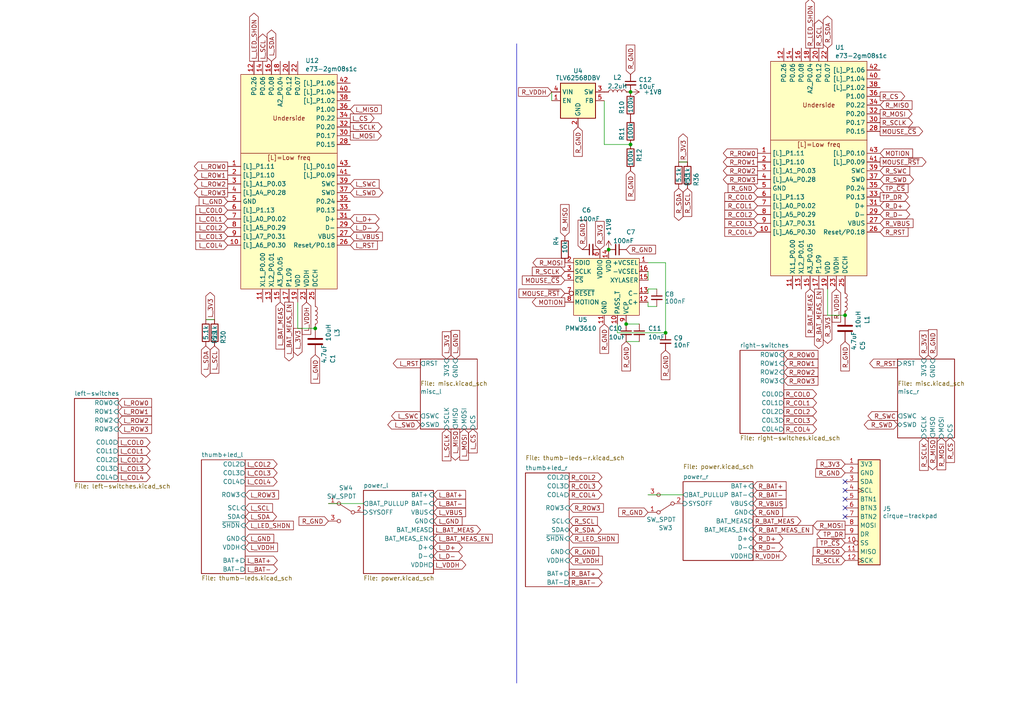
<source format=kicad_sch>
(kicad_sch (version 20230121) (generator eeschema)
  (paper "A4")
  (lib_symbols
    (symbol "Device:C" (pin_numbers hide) (pin_names (offset 0.254))
      (property "Reference" "C" (at 0.635 2.54 0))
      (property "Value" "C" (at 0.635 -2.54 0))
      (symbol "C_0_1"
        (polyline (pts (xy -2.032 -0.762) (xy 2.032 -0.762)) (stroke (width 0.508)))
        (polyline (pts (xy -2.032 0.762) (xy 2.032 0.762)) (stroke (width 0.508)))
      )
      (symbol "C_1_1"
        (pin passive line (at 0 3.81 270) (length 2.794) (name "~") (number "1"))
        (pin passive line (at 0 -3.81 90) (length 2.794) (name "~") (number "2"))
      )
    )
    (symbol "Device:C_Small" (pin_numbers hide) (pin_names (offset 0.254) hide)
      (property "Reference" "C" (at 0.254 1.778 0))
      (property "Value" "C_Small" (at 0.254 -2.032 0))
      (symbol "C_Small_0_1"
        (polyline (pts (xy -1.524 -0.508) (xy 1.524 -0.508)) (stroke (width 0.3302)))
        (polyline (pts (xy -1.524 0.508) (xy 1.524 0.508)) (stroke (width 0.3048)))
      )
      (symbol "C_Small_1_1"
        (pin passive line (at 0 2.54 270) (length 2.032) (name "~") (number "1"))
        (pin passive line (at 0 -2.54 90) (length 2.032) (name "~") (number "2"))
      )
    )
    (symbol "Device:L" (pin_numbers hide) (pin_names (offset 1.016) hide)
      (property "Reference" "L" (at -1.27 0 90))
      (property "Value" "L" (at 1.905 0 90))
      (symbol "L_0_1"
        (arc (start 0 -2.54) (mid 0.6323 -1.905) (end 0 -1.27))
        (arc (start 0 -1.27) (mid 0.6323 -0.635) (end 0 0))
        (arc (start 0 0) (mid 0.6323 0.635) (end 0 1.27))
        (arc (start 0 1.27) (mid 0.6323 1.905) (end 0 2.54))
      )
      (symbol "L_1_1"
        (pin passive line (at 0 3.81 270) (length 1.27) (name "1") (number "1"))
        (pin passive line (at 0 -3.81 90) (length 1.27) (name "2") (number "2"))
      )
    )
    (symbol "Device:R" (pin_numbers hide) (pin_names (offset 0))
      (property "Reference" "R" (at 2.032 0 90))
      (property "Value" "R" (at 0 0 90))
      (symbol "R_0_1"
        (rectangle (start -1.016 -2.54) (end 1.016 2.54) (stroke (width 0.254)))
      )
      (symbol "R_1_1"
        (pin passive line (at 0 3.81 270) (length 1.27) (name "~") (number "1"))
        (pin passive line (at 0 -3.81 90) (length 1.27) (name "~") (number "2"))
      )
    )
    (symbol "Regulator_Switching:TLV62568DBV"
      (property "Reference" "U" (at -5.08 6.35 0))
      (property "Value" "TLV62568DBV" (at 0 6.35 0))
      (symbol "TLV62568DBV_0_1"
        (rectangle (start -5.08 5.08) (end 5.08 -5.08) (stroke (width 0.254)) (fill (type background)))
      )
      (symbol "TLV62568DBV_1_1"
        (pin input line (at -7.62 0 0) (length 2.54) (name "EN") (number "1"))
        (pin power_in line (at 0 -7.62 90) (length 2.54) (name "GND") (number "2"))
        (pin power_out line (at 7.62 2.54 180) (length 2.54) (name "SW") (number "3"))
        (pin power_in line (at -7.62 2.54 0) (length 2.54) (name "VIN") (number "4"))
        (pin input line (at 7.62 0 180) (length 2.54) (name "FB") (number "5"))
      )
    )
    (symbol "Switch:SW_SPDT" (pin_names (offset 0) hide)
      (property "Reference" "SW" (at 0 4.318 0))
      (property "Value" "SW_SPDT" (at 0 -5.08 0))
      (symbol "SW_SPDT_0_0"
        (circle (center -2.032 0) (radius 0.508))
        (circle (center 2.032 -2.54) (radius 0.508))
      )
      (symbol "SW_SPDT_0_1"
        (polyline (pts (xy -1.524 0.254) (xy 1.651 2.286)))
        (circle (center 2.032 2.54) (radius 0.508))
      )
      (symbol "SW_SPDT_1_1"
        (pin passive line (at 5.08 2.54 180) (length 2.54) (name "A") (number "1"))
        (pin passive line (at -5.08 0 0) (length 2.54) (name "B") (number "2"))
        (pin passive line (at 5.08 -2.54 180) (length 2.54) (name "C") (number "3"))
      )
    )
    (symbol "mcu:e73-2gm08s1c"
      (property "Reference" "U" (at 0 5.08 0))
      (property "Value" "e73-2gm08s1c" (at 0 2.54 0))
      (symbol "e73-2gm08s1c_0_0"
        (text "[L]=Low freq" (at 0 -1.27 0) (effects (font (size 1.27 1.27))))
        (text "Underside" (at 0 10.16 0) (effects (font (size 1.27 1.27))))
      )
      (symbol "e73-2gm08s1c_0_1"
        (rectangle (start -13.97 22.86) (end 13.97 -39.37) (fill (type background)))
        (polyline (pts (xy -13.97 0) (xy 13.97 0)))
      )
      (symbol "e73-2gm08s1c_1_1"
        (pin bidirectional line (at -17.78 -3.81 0) (length 3.81) (name "[L]_P1.11") (number "1"))
        (pin bidirectional line (at -17.78 -26.67 0) (length 3.81) (name "[L]_A6_P0.30") (number "10"))
        (pin input line (at -7.62 -43.18 90) (length 3.81) (name "XL1_P0.00") (number "11"))
        (pin bidirectional line (at -10.16 26.67 270) (length 3.81) (name "P0.26") (number "12"))
        (pin input line (at -5.08 -43.18 90) (length 3.81) (name "XL2_P0.01") (number "13"))
        (pin bidirectional line (at -7.62 26.67 270) (length 3.81) (name "P0.06") (number "14"))
        (pin bidirectional line (at -2.54 -43.18 90) (length 3.81) (name "A3_P0.05") (number "15"))
        (pin bidirectional line (at -5.08 26.67 270) (length 3.81) (name "P0.08") (number "16"))
        (pin bidirectional line (at 0 -43.18 90) (length 3.81) (name "P1.09") (number "17"))
        (pin bidirectional line (at -2.54 26.67 270) (length 3.81) (name "A2_P0.04") (number "18"))
        (pin power_in line (at 2.54 -43.18 90) (length 3.81) (name "VDD") (number "19"))
        (pin bidirectional line (at -17.78 -6.35 0) (length 3.81) (name "[L]_P1.10") (number "2"))
        (pin bidirectional line (at 0 26.67 270) (length 3.81) (name "P0.12") (number "20"))
        (pin power_in line (at -17.78 -13.97 0) (length 3.81) hide (name "GND") (number "21"))
        (pin bidirectional line (at 2.54 26.67 270) (length 3.81) (name "P0.07") (number "22"))
        (pin bidirectional line (at 5.08 -43.18 90) (length 3.81) (name "VDDH") (number "23"))
        (pin power_in line (at -17.78 -13.97 0) (length 3.81) hide (name "GND") (number "24"))
        (pin bidirectional line (at 7.62 -43.18 90) (length 3.81) (name "DCCH") (number "25"))
        (pin bidirectional line (at 17.78 -26.67 180) (length 3.81) (name "Reset/P0.18") (number "26"))
        (pin power_in line (at 17.78 -24.13 180) (length 3.81) (name "VBUS") (number "27"))
        (pin bidirectional line (at 17.78 2.54 180) (length 3.81) (name "P0.15") (number "28"))
        (pin bidirectional line (at 17.78 -21.59 180) (length 3.81) (name "D-") (number "29"))
        (pin bidirectional line (at -17.78 -8.89 0) (length 3.81) (name "[L]_A1_P0.03") (number "3"))
        (pin bidirectional line (at 17.78 5.08 180) (length 3.81) (name "P0.17") (number "30"))
        (pin bidirectional line (at 17.78 -19.05 180) (length 3.81) (name "D+") (number "31"))
        (pin bidirectional line (at 17.78 7.62 180) (length 3.81) (name "P0.20") (number "32"))
        (pin bidirectional line (at 17.78 -16.51 180) (length 3.81) (name "P0.13") (number "33"))
        (pin bidirectional line (at 17.78 10.16 180) (length 3.81) (name "P0.22") (number "34"))
        (pin bidirectional line (at 17.78 -13.97 180) (length 3.81) (name "P0.24") (number "35"))
        (pin bidirectional line (at 17.78 12.7 180) (length 3.81) (name "P1.00") (number "36"))
        (pin input line (at 17.78 -11.43 180) (length 3.81) (name "SWD") (number "37"))
        (pin bidirectional line (at 17.78 15.24 180) (length 3.81) (name "[L]_P1.02") (number "38"))
        (pin bidirectional line (at 17.78 -8.89 180) (length 3.81) (name "SWC") (number "39"))
        (pin bidirectional line (at -17.78 -11.43 0) (length 3.81) (name "[L]_A4_P0.28") (number "4"))
        (pin bidirectional line (at 17.78 17.78 180) (length 3.81) (name "[L]_P1.04") (number "40"))
        (pin bidirectional line (at 17.78 -6.35 180) (length 3.81) (name "[L]_P0.09") (number "41"))
        (pin bidirectional line (at 17.78 20.32 180) (length 3.81) (name "[L]_P1.06") (number "42"))
        (pin bidirectional line (at 17.78 -3.81 180) (length 3.81) (name "[L]_P0.10") (number "43"))
        (pin power_in line (at -17.78 -13.97 0) (length 3.81) (name "GND") (number "5"))
        (pin bidirectional line (at -17.78 -16.51 0) (length 3.81) (name "[L]_P1.13") (number "6"))
        (pin bidirectional line (at -17.78 -19.05 0) (length 3.81) (name "[L]_A0_P0.02") (number "7"))
        (pin bidirectional line (at -17.78 -21.59 0) (length 3.81) (name "[L]_A5_P0.29") (number "8"))
        (pin bidirectional line (at -17.78 -24.13 0) (length 3.81) (name "[L]_A7_P0.31") (number "9"))
      )
    )
    (symbol "misc:cirque-trackpad"
      (property "Reference" "J" (at 0 20.32 0))
      (property "Value" "cirque-trackpad" (at 0 17.78 0))
      (symbol "cirque-trackpad_1_1"
        (rectangle (start -2.54 15.24) (end 3.81 -15.24) (stroke (width 0.254)) (fill (type background)))
        (pin power_in line (at -6.35 13.97 0) (length 3.81) (name "3V3") (number "1"))
        (pin input inverted (at -6.35 -8.89 0) (length 3.81) (name "SS") (number "10"))
        (pin output line (at -6.35 -11.43 0) (length 3.81) (name "MISO") (number "11"))
        (pin input clock (at -6.35 -13.97 0) (length 3.81) (name "SCK") (number "12"))
        (pin power_in line (at -6.35 11.43 0) (length 3.81) (name "GND") (number "2"))
        (pin bidirectional line (at -6.35 8.89 0) (length 3.81) (name "SDA") (number "3"))
        (pin bidirectional clock (at -6.35 6.35 0) (length 3.81) (name "SCL") (number "4"))
        (pin output line (at -6.35 3.81 0) (length 3.81) (name "BTN1") (number "5"))
        (pin output line (at -6.35 1.27 0) (length 3.81) (name "BTN3") (number "6"))
        (pin output line (at -6.35 -1.27 0) (length 3.81) (name "BTN2") (number "7"))
        (pin input line (at -6.35 -3.81 0) (length 3.81) (name "MOSI") (number "8"))
        (pin bidirectional line (at -6.35 -6.35 0) (length 3.81) (name "DR") (number "9"))
      )
    )
    (symbol "power:+1V8" (power) (pin_names (offset 0))
      (property "Value" "+1V8" (at 0 3.556 0))
      (symbol "+1V8_0_1"
        (polyline (pts (xy -0.762 1.27) (xy 0 2.54)))
        (polyline (pts (xy 0 0) (xy 0 2.54)))
        (polyline (pts (xy 0 2.54) (xy 0.762 1.27)))
      )
      (symbol "+1V8_1_1"
        (pin power_in line (at 0 0 90) (length 0) hide (name "+1V8") (number "1"))
      )
    )
    (symbol "sensor:PMW3610" (pin_names (offset 0.254))
      (property "Reference" "U" (at 0 17.78 0))
      (property "Value" "PMW3610" (at 0 17.78 0))
      (symbol "PMW3610_0_1"
        (rectangle (start -8.89 8.89) (end 10.16 -7.62) (stroke (width 0.1524)) (fill (type background)))
      )
      (symbol "PMW3610_1_1"
        (pin power_in line (at 12.7 7.62 180) (length 2.54) (name "+VCSEL") (number "1"))
        (pin power_in line (at 3.81 -10.16 90) (length 2.54) (name "PASS_T") (number "10"))
        (pin power_in line (at 0 -10.16 90) (length 2.54) (name "GND") (number "11"))
        (pin passive line (at 12.7 -3.81 180) (length 2.54) (name "C+") (number "12"))
        (pin passive line (at 12.7 -1.27 180) (length 2.54) (name "C-") (number "13"))
        (pin power_in line (at 1.27 11.43 270) (length 2.54) (name "VDD") (number "14"))
        (pin power_in line (at 12.7 2.54 180) (length 2.54) (name "XYLASER") (number "15"))
        (pin power_in line (at 12.7 5.08 180) (length 2.54) (name "-VCSEL") (number "16"))
        (pin bidirectional line (at -11.43 7.62 0) (length 2.54) (name "SDIO") (number "2"))
        (pin input line (at -11.43 5.08 0) (length 2.54) (name "SCLK") (number "3"))
        (pin input line (at -11.43 2.54 0) (length 2.54) (name "~{CS}") (number "5"))
        (pin power_in line (at -1.27 11.43 270) (length 2.54) (name "VDDIO") (number "6"))
        (pin input inverted (at -11.43 -1.27 0) (length 2.54) (name "~{RESET}") (number "7"))
        (pin output line (at -11.43 -3.81 0) (length 2.54) (name "MOTION") (number "8"))
        (pin passive line (at 6.35 -10.16 90) (length 2.54) (name "VCP") (number "9"))
      )
    )
  )
  (junction (at 193.04 96.52))
  (junction (at 245.11 91.44))
  (junction (at 91.44 95.25))
  (junction (at 182.88 41.91))
  (junction (at 182.88 26.67))
  (junction (at 176.53 72.39))
  (junction (at 181.61 93.98))
  (no_connect (at 245.11 149.86))
  (no_connect (at 245.11 139.7))
  (no_connect (at 245.11 144.78))
  (no_connect (at 245.11 142.24))
  (no_connect (at 245.11 147.32))
  (wire (pts (xy 187.96 143.51) (xy 198.12 143.51)))
  (wire (pts (xy 86.36 95.25) (xy 91.44 95.25)))
  (polyline (pts (xy 149.86 12.7) (xy 149.86 198.12)))
  (wire (pts (xy 193.04 76.2) (xy 193.04 96.52)))
  (wire (pts (xy 181.61 93.98) (xy 185.42 93.98)))
  (wire (pts (xy 59.69 92.71) (xy 62.23 92.71)))
  (wire (pts (xy 187.96 78.74) (xy 187.96 81.28)))
  (wire (pts (xy 179.07 96.52) (xy 179.07 93.98)))
  (wire (pts (xy 196.85 46.99) (xy 199.39 46.99)))
  (wire (pts (xy 175.26 29.21) (xy 175.26 41.91)))
  (wire (pts (xy 187.96 88.9) (xy 190.5 88.9)))
  (wire (pts (xy 181.61 99.06) (xy 185.42 99.06)))
  (wire (pts (xy 240.03 91.44) (xy 245.11 91.44)))
  (wire (pts (xy 182.88 41.91) (xy 175.26 41.91)))
  (wire (pts (xy 95.25 146.05) (xy 105.41 146.05)))
  (wire (pts (xy 179.07 96.52) (xy 193.04 96.52)))
  (wire (pts (xy 86.36 95.25) (xy 86.36 87.63)))
  (wire (pts (xy 187.96 87.63) (xy 187.96 88.9)))
  (wire (pts (xy 187.96 83.82) (xy 187.96 85.09)))
  (wire (pts (xy 160.02 26.67) (xy 160.02 29.21)))
  (wire (pts (xy 187.96 76.2) (xy 193.04 76.2)))
  (wire (pts (xy 190.5 83.82) (xy 187.96 83.82)))
  (wire (pts (xy 240.03 91.44) (xy 240.03 83.82)))
  (global_label "R_GND" (shape input) (at 245.11 137.16 180) (property "Intersheetrefs" "${INTERSHEET_REFS}" (effects hide)))
  (global_label "MOTION" (shape output) (at 163.83 87.63 180) (property "Intersheetrefs" "${INTERSHEET_REFS}" (effects hide)))
  (global_label "R_ROW3" (shape input) (at 165.1 147.32 0) (property "Intersheetrefs" "${INTERSHEET_REFS}" (effects hide)))
  (global_label "L_SCLK" (shape input) (at 129.54 124.46 270) (property "Intersheetrefs" "${INTERSHEET_REFS}" (effects hide)))
  (global_label "L_MOSI" (shape output) (at 101.6 39.37 0) (property "Intersheetrefs" "${INTERSHEET_REFS}" (effects hide)))
  (global_label "R_BAT+" (shape output) (at 165.1 166.37 0) (property "Intersheetrefs" "${INTERSHEET_REFS}" (effects hide)))
  (global_label "L_SDA" (shape bidirectional) (at 78.74 17.78 90) (property "Intersheetrefs" "${INTERSHEET_REFS}" (effects hide)))
  (global_label "L_ROW2" (shape output) (at 66.04 53.34 180) (property "Intersheetrefs" "${INTERSHEET_REFS}" (effects hide)))
  (global_label "L_GND" (shape input) (at 66.04 58.42 180) (property "Intersheetrefs" "${INTERSHEET_REFS}" (effects hide)))
  (global_label "R_SWD" (shape bidirectional) (at 255.27 52.07 0) (property "Intersheetrefs" "${INTERSHEET_REFS}" (effects hide)))
  (global_label "R_MISO" (shape input) (at 255.27 30.48 0) (property "Intersheetrefs" "${INTERSHEET_REFS}" (effects hide)))
  (global_label "L_SWD" (shape bidirectional) (at 121.92 123.19 180) (property "Intersheetrefs" "${INTERSHEET_REFS}" (effects hide)))
  (global_label "R_COL1" (shape input) (at 219.71 59.69 180) (property "Intersheetrefs" "${INTERSHEET_REFS}" (effects hide)))
  (global_label "R_BAT-" (shape output) (at 165.1 168.91 0) (property "Intersheetrefs" "${INTERSHEET_REFS}" (effects hide)))
  (global_label "R_RST" (shape output) (at 260.35 105.41 180) (property "Intersheetrefs" "${INTERSHEET_REFS}" (effects hide)))
  (global_label "L_BAT+" (shape output) (at 71.12 162.56 0) (property "Intersheetrefs" "${INTERSHEET_REFS}" (effects hide)))
  (global_label "R_GND" (shape input) (at 245.11 99.06 270) (property "Intersheetrefs" "${INTERSHEET_REFS}" (effects hide)))
  (global_label "R_GND" (shape input) (at 219.71 54.61 180) (property "Intersheetrefs" "${INTERSHEET_REFS}" (effects hide)))
  (global_label "R_CS" (shape output) (at 255.27 27.94 0) (property "Intersheetrefs" "${INTERSHEET_REFS}" (effects hide)))
  (global_label "L_SCL" (shape input) (at 71.12 147.32 0) (property "Intersheetrefs" "${INTERSHEET_REFS}" (effects hide)))
  (global_label "L_RST" (shape output) (at 121.92 105.41 180) (property "Intersheetrefs" "${INTERSHEET_REFS}" (effects hide)))
  (global_label "R_COL1" (shape output) (at 227.33 116.84 0) (property "Intersheetrefs" "${INTERSHEET_REFS}" (effects hide)))
  (global_label "R_3V3" (shape input) (at 267.97 104.14 90) (property "Intersheetrefs" "${INTERSHEET_REFS}" (effects hide)))
  (global_label "R_BAT_MEAS_EN" (shape output) (at 237.49 83.82 270) (property "Intersheetrefs" "${INTERSHEET_REFS}" (effects hide)))
  (global_label "TP_~{CS}" (shape input) (at 245.11 157.48 180) (property "Intersheetrefs" "${INTERSHEET_REFS}" (effects hide)))
  (global_label "L_SDA" (shape bidirectional) (at 71.12 149.86 0) (property "Intersheetrefs" "${INTERSHEET_REFS}" (effects hide)))
  (global_label "L_RST" (shape input) (at 101.6 71.12 0) (property "Intersheetrefs" "${INTERSHEET_REFS}" (effects hide)))
  (global_label "MOUSE_~{CS}" (shape input) (at 163.83 81.28 180) (property "Intersheetrefs" "${INTERSHEET_REFS}" (effects hide)))
  (global_label "MOUSE_~{RST}" (shape output) (at 255.27 46.99 0) (property "Intersheetrefs" "${INTERSHEET_REFS}" (effects hide)))
  (global_label "L_ROW0" (shape output) (at 66.04 48.26 180) (property "Intersheetrefs" "${INTERSHEET_REFS}" (effects hide)))
  (global_label "L_VBUS" (shape input) (at 101.6 68.58 0) (property "Intersheetrefs" "${INTERSHEET_REFS}" (effects hide)))
  (global_label "L_ROW2" (shape input) (at 34.29 121.92 0) (property "Intersheetrefs" "${INTERSHEET_REFS}" (effects hide)))
  (global_label "R_COL0" (shape output) (at 227.33 114.3 0) (property "Intersheetrefs" "${INTERSHEET_REFS}" (effects hide)))
  (global_label "R_SWC" (shape input) (at 255.27 49.53 0) (property "Intersheetrefs" "${INTERSHEET_REFS}" (effects hide)))
  (global_label "R_D+" (shape bidirectional) (at 255.27 59.69 0) (property "Intersheetrefs" "${INTERSHEET_REFS}" (effects hide)))
  (global_label "L_ROW3" (shape output) (at 66.04 55.88 180) (property "Intersheetrefs" "${INTERSHEET_REFS}" (effects hide)))
  (global_label "L_GND" (shape input) (at 91.44 102.87 270) (property "Intersheetrefs" "${INTERSHEET_REFS}" (effects hide)))
  (global_label "L_VBUS" (shape input) (at 125.73 148.59 0) (property "Intersheetrefs" "${INTERSHEET_REFS}" (effects hide)))
  (global_label "R_ROW0" (shape output) (at 219.71 44.45 180) (property "Intersheetrefs" "${INTERSHEET_REFS}" (effects hide)))
  (global_label "R_D-" (shape bidirectional) (at 218.44 158.75 0) (property "Intersheetrefs" "${INTERSHEET_REFS}" (effects hide)))
  (global_label "R_VDDH" (shape input) (at 160.02 26.67 180) (property "Intersheetrefs" "${INTERSHEET_REFS}" (effects hide)))
  (global_label "L_BAT+" (shape input) (at 125.73 143.51 0) (property "Intersheetrefs" "${INTERSHEET_REFS}" (effects hide)))
  (global_label "L_COL2" (shape output) (at 71.12 134.62 0) (property "Intersheetrefs" "${INTERSHEET_REFS}" (effects hide)))
  (global_label "L_D-" (shape bidirectional) (at 125.73 161.29 0) (property "Intersheetrefs" "${INTERSHEET_REFS}" (effects hide)))
  (global_label "R_SWD" (shape bidirectional) (at 260.35 123.19 180) (property "Intersheetrefs" "${INTERSHEET_REFS}" (effects hide)))
  (global_label "R_MOSI" (shape output) (at 163.83 76.2 180) (property "Intersheetrefs" "${INTERSHEET_REFS}" (effects hide)))
  (global_label "R_GND" (shape input) (at 95.25 151.13 180) (property "Intersheetrefs" "${INTERSHEET_REFS}" (effects hide)))
  (global_label "R_MOSI" (shape output) (at 245.11 152.4 180) (property "Intersheetrefs" "${INTERSHEET_REFS}" (effects hide)))
  (global_label "R_ROW2" (shape input) (at 227.33 107.95 0) (property "Intersheetrefs" "${INTERSHEET_REFS}" (effects hide)))
  (global_label "R_D+" (shape bidirectional) (at 218.44 156.21 0) (property "Intersheetrefs" "${INTERSHEET_REFS}" (effects hide)))
  (global_label "R_BAT-" (shape input) (at 218.44 143.51 0) (property "Intersheetrefs" "${INTERSHEET_REFS}" (effects hide)))
  (global_label "L_ROW1" (shape output) (at 66.04 50.8 180) (property "Intersheetrefs" "${INTERSHEET_REFS}" (effects hide)))
  (global_label "L_D+" (shape bidirectional) (at 101.6 63.5 0) (property "Intersheetrefs" "${INTERSHEET_REFS}" (effects hide)))
  (global_label "R_MOSI" (shape input) (at 273.05 127 270) (property "Intersheetrefs" "${INTERSHEET_REFS}" (effects hide)))
  (global_label "L_COL0" (shape output) (at 34.29 128.27 0) (property "Intersheetrefs" "${INTERSHEET_REFS}" (effects hide)))
  (global_label "R_BAT+" (shape input) (at 218.44 140.97 0) (property "Intersheetrefs" "${INTERSHEET_REFS}" (effects hide)))
  (global_label "R_SCL" (shape output) (at 237.49 13.97 90) (property "Intersheetrefs" "${INTERSHEET_REFS}" (effects hide)))
  (global_label "L_BAT_MEAS" (shape output) (at 125.73 153.67 0) (property "Intersheetrefs" "${INTERSHEET_REFS}" (effects hide)))
  (global_label "R_ROW1" (shape input) (at 227.33 105.41 0) (property "Intersheetrefs" "${INTERSHEET_REFS}" (effects hide)))
  (global_label "R_GND" (shape input) (at 175.26 93.98 270) (property "Intersheetrefs" "${INTERSHEET_REFS}" (effects hide)))
  (global_label "R_SCLK" (shape output) (at 255.27 35.56 0) (property "Intersheetrefs" "${INTERSHEET_REFS}" (effects hide)))
  (global_label "L_D+" (shape bidirectional) (at 125.73 158.75 0) (property "Intersheetrefs" "${INTERSHEET_REFS}" (effects hide)))
  (global_label "L_BAT_MEAS_EN" (shape input) (at 125.73 156.21 0) (property "Intersheetrefs" "${INTERSHEET_REFS}" (effects hide)))
  (global_label "R_CS" (shape input) (at 275.59 127 270) (property "Intersheetrefs" "${INTERSHEET_REFS}" (effects hide)))
  (global_label "L_VDDH" (shape input) (at 88.9 87.63 270) (property "Intersheetrefs" "${INTERSHEET_REFS}" (effects hide)))
  (global_label "R_GND" (shape input) (at 181.61 99.06 270) (property "Intersheetrefs" "${INTERSHEET_REFS}" (effects hide)))
  (global_label "R_GND" (shape input) (at 181.61 72.39 0) (property "Intersheetrefs" "${INTERSHEET_REFS}" (effects hide)))
  (global_label "R_3V3" (shape output) (at 240.03 91.44 270) (property "Intersheetrefs" "${INTERSHEET_REFS}" (effects hide)))
  (global_label "R_COL0" (shape input) (at 219.71 57.15 180) (property "Intersheetrefs" "${INTERSHEET_REFS}" (effects hide)))
  (global_label "R_GND" (shape input) (at 168.91 72.39 90) (property "Intersheetrefs" "${INTERSHEET_REFS}" (effects hide)))
  (global_label "R_COL2" (shape output) (at 227.33 119.38 0) (property "Intersheetrefs" "${INTERSHEET_REFS}" (effects hide)))
  (global_label "L_BAT-" (shape input) (at 125.73 146.05 0) (property "Intersheetrefs" "${INTERSHEET_REFS}" (effects hide)))
  (global_label "L_D-" (shape bidirectional) (at 101.6 66.04 0) (property "Intersheetrefs" "${INTERSHEET_REFS}" (effects hide)))
  (global_label "L_MISO" (shape output) (at 132.08 124.46 270) (property "Intersheetrefs" "${INTERSHEET_REFS}" (effects hide)))
  (global_label "L_SDA" (shape bidirectional) (at 59.69 100.33 270) (property "Intersheetrefs" "${INTERSHEET_REFS}" (effects hide)))
  (global_label "R_ROW3" (shape output) (at 219.71 52.07 180) (property "Intersheetrefs" "${INTERSHEET_REFS}" (effects hide)))
  (global_label "R_COL2" (shape output) (at 165.1 138.43 0) (property "Intersheetrefs" "${INTERSHEET_REFS}" (effects hide)))
  (global_label "R_3V3" (shape input) (at 245.11 134.62 180) (property "Intersheetrefs" "${INTERSHEET_REFS}" (effects hide)))
  (global_label "L_COL3" (shape output) (at 34.29 135.89 0) (property "Intersheetrefs" "${INTERSHEET_REFS}" (effects hide)))
  (global_label "R_GND" (shape input) (at 270.51 104.14 90) (property "Intersheetrefs" "${INTERSHEET_REFS}" (effects hide)))
  (global_label "L_LED_SHDN" (shape input) (at 71.12 152.4 0) (property "Intersheetrefs" "${INTERSHEET_REFS}" (effects hide)))
  (global_label "R_MOSI" (shape output) (at 255.27 33.02 0) (property "Intersheetrefs" "${INTERSHEET_REFS}" (effects hide)))
  (global_label "R_GND" (shape input) (at 218.44 148.59 0) (property "Intersheetrefs" "${INTERSHEET_REFS}" (effects hide)))
  (global_label "L_VDDH" (shape output) (at 125.73 163.83 0) (property "Intersheetrefs" "${INTERSHEET_REFS}" (effects hide)))
  (global_label "R_D-" (shape bidirectional) (at 255.27 62.23 0) (property "Intersheetrefs" "${INTERSHEET_REFS}" (effects hide)))
  (global_label "R_ROW0" (shape input) (at 227.33 102.87 0) (property "Intersheetrefs" "${INTERSHEET_REFS}" (effects hide)))
  (global_label "R_LED_SHDN" (shape input) (at 165.1 156.21 0) (property "Intersheetrefs" "${INTERSHEET_REFS}" (effects hide)))
  (global_label "L_LED_SHDN" (shape output) (at 73.66 17.78 90) (property "Intersheetrefs" "${INTERSHEET_REFS}" (effects hide)))
  (global_label "R_GND" (shape input) (at 182.88 49.53 270) (property "Intersheetrefs" "${INTERSHEET_REFS}" (effects hide)))
  (global_label "R_ROW2" (shape output) (at 219.71 49.53 180) (property "Intersheetrefs" "${INTERSHEET_REFS}" (effects hide)))
  (global_label "MOUSE_~{CS}" (shape output) (at 255.27 38.1 0) (property "Intersheetrefs" "${INTERSHEET_REFS}" (effects hide)))
  (global_label "MOTION" (shape input) (at 255.27 44.45 0) (property "Intersheetrefs" "${INTERSHEET_REFS}" (effects hide)))
  (global_label "R_3V3" (shape input) (at 173.99 72.39 90) (property "Intersheetrefs" "${INTERSHEET_REFS}" (effects hide)))
  (global_label "L_3V3" (shape input) (at 129.54 104.14 90) (property "Intersheetrefs" "${INTERSHEET_REFS}" (effects hide)))
  (global_label "L_SWD" (shape bidirectional) (at 101.6 55.88 0) (property "Intersheetrefs" "${INTERSHEET_REFS}" (effects hide)))
  (global_label "R_VDDH" (shape input) (at 242.57 83.82 270) (property "Intersheetrefs" "${INTERSHEET_REFS}" (effects hide)))
  (global_label "R_COL2" (shape input) (at 219.71 62.23 180) (property "Intersheetrefs" "${INTERSHEET_REFS}" (effects hide)))
  (global_label "R_MISO" (shape output) (at 270.51 127 270) (property "Intersheetrefs" "${INTERSHEET_REFS}" (effects hide)))
  (global_label "R_RST" (shape input) (at 255.27 67.31 0) (property "Intersheetrefs" "${INTERSHEET_REFS}" (effects hide)))
  (global_label "L_COL2" (shape output) (at 34.29 133.35 0) (property "Intersheetrefs" "${INTERSHEET_REFS}" (effects hide)))
  (global_label "R_SCL" (shape input) (at 165.1 151.13 0) (property "Intersheetrefs" "${INTERSHEET_REFS}" (effects hide)))
  (global_label "R_COL3" (shape input) (at 219.71 64.77 180) (property "Intersheetrefs" "${INTERSHEET_REFS}" (effects hide)))
  (global_label "R_GND" (shape input) (at 182.88 21.59 90) (property "Intersheetrefs" "${INTERSHEET_REFS}" (effects hide)))
  (global_label "R_GND" (shape input) (at 165.1 160.02 0) (property "Intersheetrefs" "${INTERSHEET_REFS}" (effects hide)))
  (global_label "R_COL4" (shape output) (at 165.1 143.51 0) (property "Intersheetrefs" "${INTERSHEET_REFS}" (effects hide)))
  (global_label "L_ROW1" (shape input) (at 34.29 119.38 0) (property "Intersheetrefs" "${INTERSHEET_REFS}" (effects hide)))
  (global_label "R_VDDH" (shape output) (at 218.44 161.29 0) (property "Intersheetrefs" "${INTERSHEET_REFS}" (effects hide)))
  (global_label "L_COL3" (shape input) (at 66.04 68.58 180) (property "Intersheetrefs" "${INTERSHEET_REFS}" (effects hide)))
  (global_label "L_SCL" (shape input) (at 62.23 100.33 270) (property "Intersheetrefs" "${INTERSHEET_REFS}" (effects hide)))
  (global_label "L_COL4" (shape input) (at 66.04 71.12 180) (property "Intersheetrefs" "${INTERSHEET_REFS}" (effects hide)))
  (global_label "R_SWC" (shape output) (at 260.35 120.65 180) (property "Intersheetrefs" "${INTERSHEET_REFS}" (effects hide)))
  (global_label "L_COL4" (shape output) (at 71.12 139.7 0) (property "Intersheetrefs" "${INTERSHEET_REFS}" (effects hide)))
  (global_label "L_SWC" (shape output) (at 121.92 120.65 180) (property "Intersheetrefs" "${INTERSHEET_REFS}" (effects hide)))
  (global_label "L_CS" (shape output) (at 101.6 34.29 0) (property "Intersheetrefs" "${INTERSHEET_REFS}" (effects hide)))
  (global_label "R_COL4" (shape input) (at 219.71 67.31 180) (property "Intersheetrefs" "${INTERSHEET_REFS}" (effects hide)))
  (global_label "R_SDA" (shape bidirectional) (at 196.85 54.61 270) (property "Intersheetrefs" "${INTERSHEET_REFS}" (effects hide)))
  (global_label "L_COL0" (shape input) (at 66.04 60.96 180) (property "Intersheetrefs" "${INTERSHEET_REFS}" (effects hide)))
  (global_label "L_ROW0" (shape input) (at 34.29 116.84 0) (property "Intersheetrefs" "${INTERSHEET_REFS}" (effects hide)))
  (global_label "MOUSE_~{RST}" (shape input) (at 163.83 85.09 180) (property "Intersheetrefs" "${INTERSHEET_REFS}" (effects hide)))
  (global_label "R_SCLK" (shape input) (at 163.83 78.74 180) (property "Intersheetrefs" "${INTERSHEET_REFS}" (effects hide)))
  (global_label "R_ROW1" (shape output) (at 219.71 46.99 180) (property "Intersheetrefs" "${INTERSHEET_REFS}" (effects hide)))
  (global_label "L_GND" (shape input) (at 132.08 104.14 90) (property "Intersheetrefs" "${INTERSHEET_REFS}" (effects hide)))
  (global_label "R_MISO" (shape input) (at 163.83 68.58 90) (property "Intersheetrefs" "${INTERSHEET_REFS}" (effects hide)))
  (global_label "L_COL3" (shape output) (at 71.12 137.16 0) (property "Intersheetrefs" "${INTERSHEET_REFS}" (effects hide)))
  (global_label "R_LED_SHDN" (shape output) (at 234.95 13.97 90) (property "Intersheetrefs" "${INTERSHEET_REFS}" (effects hide)))
  (global_label "R_VDDH" (shape input) (at 165.1 162.56 0) (property "Intersheetrefs" "${INTERSHEET_REFS}" (effects hide)))
  (global_label "R_GND" (shape input) (at 193.04 101.6 270) (property "Intersheetrefs" "${INTERSHEET_REFS}" (effects hide)))
  (global_label "R_SCLK" (shape input) (at 267.97 127 270) (property "Intersheetrefs" "${INTERSHEET_REFS}" (effects hide)))
  (global_label "L_ROW3" (shape input) (at 71.12 143.51 0) (property "Intersheetrefs" "${INTERSHEET_REFS}" (effects hide)))
  (global_label "L_SCLK" (shape output) (at 101.6 36.83 0) (property "Intersheetrefs" "${INTERSHEET_REFS}" (effects hide)))
  (global_label "R_GND" (shape input) (at 167.64 36.83 270) (property "Intersheetrefs" "${INTERSHEET_REFS}" (effects hide)))
  (global_label "L_SCL" (shape output) (at 76.2 17.78 90) (property "Intersheetrefs" "${INTERSHEET_REFS}" (effects hide)))
  (global_label "L_COL1" (shape input) (at 66.04 63.5 180) (property "Intersheetrefs" "${INTERSHEET_REFS}" (effects hide)))
  (global_label "R_3V3" (shape output) (at 198.12 46.99 90) (property "Intersheetrefs" "${INTERSHEET_REFS}" (effects hide)))
  (global_label "R_VBUS" (shape input) (at 218.44 146.05 0) (property "Intersheetrefs" "${INTERSHEET_REFS}" (effects hide)))
  (global_label "R_SCL" (shape input) (at 199.39 54.61 270) (property "Intersheetrefs" "${INTERSHEET_REFS}" (effects hide)))
  (global_label "L_BAT_MEAS_EN" (shape output) (at 83.82 87.63 270) (property "Intersheetrefs" "${INTERSHEET_REFS}" (effects hide)))
  (global_label "L_BAT-" (shape output) (at 71.12 165.1 0) (property "Intersheetrefs" "${INTERSHEET_REFS}" (effects hide)))
  (global_label "TP_DR" (shape output) (at 245.11 154.94 180) (property "Intersheetrefs" "${INTERSHEET_REFS}" (effects hide)))
  (global_label "L_COL4" (shape output) (at 34.29 138.43 0) (property "Intersheetrefs" "${INTERSHEET_REFS}" (effects hide)))
  (global_label "L_3V3" (shape output) (at 86.36 95.25 270) (property "Intersheetrefs" "${INTERSHEET_REFS}" (effects hide)))
  (global_label "TP_~{CS}" (shape input) (at 255.27 54.61 0) (property "Intersheetrefs" "${INTERSHEET_REFS}" (effects hide)))
  (global_label "R_GND" (shape input) (at 187.96 148.59 180) (property "Intersheetrefs" "${INTERSHEET_REFS}" (effects hide)))
  (global_label "R_VBUS" (shape input) (at 255.27 64.77 0) (property "Intersheetrefs" "${INTERSHEET_REFS}" (effects hide)))
  (global_label "L_GND" (shape input) (at 125.73 151.13 0) (property "Intersheetrefs" "${INTERSHEET_REFS}" (effects hide)))
  (global_label "L_3V3" (shape output) (at 60.96 92.71 90) (property "Intersheetrefs" "${INTERSHEET_REFS}" (effects hide)))
  (global_label "R_BAT_MEAS_EN" (shape input) (at 218.44 153.67 0) (property "Intersheetrefs" "${INTERSHEET_REFS}" (effects hide)))
  (global_label "L_VDDH" (shape input) (at 71.12 158.75 0) (property "Intersheetrefs" "${INTERSHEET_REFS}" (effects hide)))
  (global_label "R_SDA" (shape bidirectional) (at 165.1 153.67 0) (property "Intersheetrefs" "${INTERSHEET_REFS}" (effects hide)))
  (global_label "L_COL1" (shape output) (at 34.29 130.81 0) (property "Intersheetrefs" "${INTERSHEET_REFS}" (effects hide)))
  (global_label "R_MISO" (shape input) (at 245.11 160.02 180) (property "Intersheetrefs" "${INTERSHEET_REFS}" (effects hide)))
  (global_label "L_GND" (shape input) (at 71.12 156.21 0) (property "Intersheetrefs" "${INTERSHEET_REFS}" (effects hide)))
  (global_label "R_BAT_MEAS" (shape output) (at 218.44 151.13 0) (property "Intersheetrefs" "${INTERSHEET_REFS}" (effects hide)))
  (global_label "L_SWC" (shape input) (at 101.6 53.34 0) (property "Intersheetrefs" "${INTERSHEET_REFS}" (effects hide)))
  (global_label "R_COL3" (shape output) (at 165.1 140.97 0) (property "Intersheetrefs" "${INTERSHEET_REFS}" (effects hide)))
  (global_label "L_ROW3" (shape input) (at 34.29 124.46 0) (property "Intersheetrefs" "${INTERSHEET_REFS}" (effects hide)))
  (global_label "L_COL2" (shape input) (at 66.04 66.04 180) (property "Intersheetrefs" "${INTERSHEET_REFS}" (effects hide)))
  (global_label "R_SDA" (shape bidirectional) (at 240.03 13.97 90) (property "Intersheetrefs" "${INTERSHEET_REFS}" (effects hide)))
  (global_label "R_SCLK" (shape input) (at 245.11 162.56 180) (property "Intersheetrefs" "${INTERSHEET_REFS}" (effects hide)))
  (global_label "R_COL3" (shape output) (at 227.33 121.92 0) (property "Intersheetrefs" "${INTERSHEET_REFS}" (effects hide)))
  (global_label "R_COL4" (shape output) (at 227.33 124.46 0) (property "Intersheetrefs" "${INTERSHEET_REFS}" (effects hide)))
  (global_label "L_BAT_MEAS" (shape input) (at 81.28 87.63 270) (property "Intersheetrefs" "${INTERSHEET_REFS}" (effects hide)))
  (global_label "R_BAT_MEAS" (shape input) (at 234.95 83.82 270) (property "Intersheetrefs" "${INTERSHEET_REFS}" (effects hide)))
  (global_label "R_ROW3" (shape input) (at 227.33 110.49 0) (property "Intersheetrefs" "${INTERSHEET_REFS}" (effects hide)))
  (global_label "L_MOSI" (shape input) (at 134.62 124.46 270) (property "Intersheetrefs" "${INTERSHEET_REFS}" (effects hide)))
  (global_label "L_CS" (shape input) (at 137.16 124.46 270) (property "Intersheetrefs" "${INTERSHEET_REFS}" (effects hide)))
  (global_label "L_MISO" (shape input) (at 101.6 31.75 0) (property "Intersheetrefs" "${INTERSHEET_REFS}" (effects hide)))
  (global_label "TP_DR" (shape output) (at 255.27 57.15 0) (property "Intersheetrefs" "${INTERSHEET_REFS}" (effects hide)))
  (symbol (lib_id "Device:R") (at 59.69 96.52 180) (unit 1)
    (property "Reference" "R29" (at 62.23 97.79 90))
    (property "Value" "5.1k" (at 59.69 96.52 90))
    (property "Footprint" "Resistor_SMD:R_0603_1608Metric" (effects hide))
  )
  (symbol (lib_id "Switch:SW_SPDT") (at 100.33 148.59 0) (mirror y) (unit 1)
    (property "Reference" "SW4" (at 100.33 141.5247 0))
    (property "Value" "SW_SPDT" (at 99.06 143.9489 0))
    (property "Footprint" "Button_Switch_SMD:SW_SPDT_PCM12" (effects hide))
  )
  (symbol (lib_id "Device:L") (at 245.11 87.63 0) (unit 1)
    (property "Reference" "L1" (at 251.46 93.98 90) (effects (justify left)))
    (property "Value" "10uH" (at 248.92 95.25 90) (effects (justify left)))
    (property "Footprint" "Inductor_SMD:L_0603_1608Metric" (effects hide))
  )
  (symbol (lib_id "Device:R") (at 182.88 30.48 0) (unit 1)
    (property "Reference" "R10" (at 180.34 29.21 90) (effects (justify right)))
    (property "Value" "100k" (at 182.88 27.94 90) (effects (justify right)))
    (property "Footprint" "Resistor_SMD:R_0603_1608Metric" (effects hide))
  )
  (symbol (lib_id "Device:C_Small") (at 179.07 72.39 270) (mirror x) (unit 1)
    (property "Reference" "C7" (at 181.61 67.31 90) (effects (justify left)))
    (property "Value" "100nF" (at 177.8 69.85 90) (effects (justify left)))
    (property "Footprint" "Capacitor_SMD:C_0603_1608Metric" (effects hide))
  )
  (symbol (lib_id "Device:R") (at 182.88 45.72 180) (unit 1)
    (property "Reference" "R12" (at 185.42 46.99 90) (effects (justify right)))
    (property "Value" "100k" (at 182.88 48.26 90) (effects (justify right)))
    (property "Footprint" "Resistor_SMD:R_0603_1608Metric" (effects hide))
  )
  (symbol (lib_id "power:+1V8") (at 176.53 72.39 0) (unit 1)
    (property "Reference" "#PWR07" (effects hide))
    (property "Value" "+1V8" (at 176.53 68.58 90) (effects (justify left)))
  )
  (symbol (lib_id "mcu:e73-2gm08s1c") (at 83.82 44.45 0) (unit 1)
    (property "Reference" "U12" (at 88.5541 17.5727 0) (effects (justify left)))
    (property "Value" "e73-2gm08s1c" (at 88.5541 19.9969 0) (effects (justify left)))
    (property "Footprint" "mcu:e73-2g4m08s1c-shrunk" (effects hide))
    (property "Datasheet" "https://datasheet.lcsc.com/lcsc/2106061735_Chengdu-Ebyte-Elec-Tech-E73-2G4M08S1CX_C2764963.pdf" (effects hide))
    (property "lcsc" "C356849" (effects hide))
  )
  (symbol (lib_id "Device:C") (at 91.44 99.06 0) (unit 1)
    (property "Reference" "C1" (at 96.52 105.41 90) (effects (justify left)))
    (property "Value" "4.7uF" (at 93.98 105.41 90) (effects (justify left)))
    (property "Footprint" "Capacitor_SMD:C_0603_1608Metric" (effects hide))
  )
  (symbol (lib_id "Device:R") (at 62.23 96.52 180) (unit 1)
    (property "Reference" "R30" (at 64.77 97.79 90))
    (property "Value" "5.1k" (at 62.23 96.52 90))
    (property "Footprint" "Resistor_SMD:R_0603_1608Metric" (effects hide))
  )
  (symbol (lib_id "misc:cirque-trackpad") (at 251.46 148.59 0) (unit 1)
    (property "Reference" "J5" (at 256.032 147.566 0) (effects (justify left)))
    (property "Value" "cirque-trackpad" (at 256.032 149.614 0) (effects (justify left)))
    (property "Footprint" "Connector_FFC-FPC:Hirose_FH12-12S-0.5SH_1x12-1MP_P0.50mm_Horizontal" (effects hide))
  )
  (symbol (lib_id "Device:C") (at 245.11 95.25 0) (unit 1)
    (property "Reference" "C5" (at 250.19 101.6 90) (effects (justify left)))
    (property "Value" "4.7uF" (at 247.65 101.6 90) (effects (justify left)))
    (property "Footprint" "Capacitor_SMD:C_0603_1608Metric" (effects hide))
  )
  (symbol (lib_id "Device:C_Small") (at 185.42 96.52 0) (unit 1)
    (property "Reference" "C11" (at 187.96 95.25 0) (effects (justify left)))
    (property "Value" "10nF" (at 187.96 97.79 0) (effects (justify left)))
    (property "Footprint" "Capacitor_SMD:C_0603_1608Metric" (effects hide))
  )
  (symbol (lib_id "Device:L") (at 91.44 91.44 0) (unit 1)
    (property "Reference" "L3" (at 97.79 97.79 90) (effects (justify left)))
    (property "Value" "10uH" (at 95.25 99.06 90) (effects (justify left)))
    (property "Footprint" "Inductor_SMD:L_0603_1608Metric" (effects hide))
  )
  (symbol (lib_id "Device:R") (at 199.39 50.8 180) (unit 1)
    (property "Reference" "R36" (at 201.93 52.07 90))
    (property "Value" "5.1k" (at 199.39 50.8 90))
    (property "Footprint" "Resistor_SMD:R_0603_1608Metric" (effects hide))
  )
  (symbol (lib_id "Device:C_Small") (at 182.88 24.13 0) (unit 1)
    (property "Reference" "C12" (at 185.2041 23.1123 0) (effects (justify left)))
    (property "Value" "10uF" (at 185.2041 25.1603 0) (effects (justify left)))
    (property "Footprint" "Capacitor_SMD:C_0603_1608Metric" (effects hide))
  )
  (symbol (lib_id "power:+1V8") (at 182.88 26.67 270) (unit 1)
    (property "Reference" "#PWR02" (effects hide))
    (property "Value" "+1V8" (at 186.69 26.67 90) (effects (justify left)))
  )
  (symbol (lib_id "Device:R") (at 163.83 72.39 0) (mirror x) (unit 1)
    (property "Reference" "R4" (at 161.29 68.58 90) (effects (justify left)))
    (property "Value" "10k" (at 163.83 69.85 90) (effects (justify left)))
    (property "Footprint" "Resistor_SMD:R_0603_1608Metric" (effects hide))
  )
  (symbol (lib_id "Switch:SW_SPDT") (at 193.04 146.05 180) (unit 1)
    (property "Reference" "SW3" (at 193.04 153.1153 0))
    (property "Value" "SW_SPDT" (at 191.77 150.6911 0))
    (property "Footprint" "Button_Switch_SMD:SW_SPDT_PCM12" (effects hide))
  )
  (symbol (lib_id "sensor:PMW3610") (at 175.26 83.82 0) (unit 1)
    (property "Reference" "U5" (at 167.64 92.71 0) (effects (justify left)))
    (property "Value" "PMW3610" (at 163.83 95.25 0) (effects (justify left)))
    (property "Footprint" "sensor:PMW3610" (effects hide))
    (property "Datasheet" "https://pdf1.alldatasheet.com/datasheet-pdf/view/899003/PIXART/PMW3610DM-SUDU.html" (effects hide))
  )
  (symbol (lib_id "Device:L") (at 179.07 26.67 90) (unit 1)
    (property "Reference" "L2" (at 179.07 22.4622 90))
    (property "Value" "2.2uH" (at 179.07 24.9991 90))
    (property "Footprint" "Inductor_SMD:L_1008_2520Metric" (effects hide))
    (property "lcsc-part" "C354533" (effects hide))
  )
  (symbol (lib_id "mcu:e73-2gm08s1c") (at 237.49 40.64 0) (unit 1)
    (property "Reference" "U1" (at 242.2241 13.7627 0) (effects (justify left)))
    (property "Value" "e73-2gm08s1c" (at 242.2241 16.1869 0) (effects (justify left)))
    (property "Footprint" "mcu:e73-2g4m08s1c-shrunk" (effects hide))
    (property "Datasheet" "https://datasheet.lcsc.com/lcsc/2106061735_Chengdu-Ebyte-Elec-Tech-E73-2G4M08S1CX_C2764963.pdf" (effects hide))
  )
  (symbol (lib_id "Device:R") (at 182.88 38.1 0) (unit 1)
    (property "Reference" "R11" (at 180.34 36.83 90) (effects (justify right)))
    (property "Value" "100k" (at 182.88 35.56 90) (effects (justify right)))
    (property "Footprint" "Resistor_SMD:R_0603_1608Metric" (effects hide))
  )
  (symbol (lib_id "Regulator_Switching:TLV62568DBV") (at 167.64 29.21 0) (unit 1)
    (property "Reference" "U4" (at 167.64 20.55 0))
    (property "Value" "TLV62568DBV" (at 167.64 22.598 0))
    (property "Footprint" "Package_TO_SOT_SMD:SOT-23-5" (effects hide))
    (property "Datasheet" "http://www.ti.com/lit/ds/symlink/tlv62568.pdf" (effects hide))
    (property "lcsc-part" "C163219" (effects hide))
  )
  (symbol (lib_id "Device:C_Small") (at 190.5 86.36 0) (unit 1)
    (property "Reference" "C8" (at 192.8241 85.3423 0) (effects (justify left)))
    (property "Value" "100nF" (at 192.8241 87.3903 0) (effects (justify left)))
    (property "Footprint" "Capacitor_SMD:C_0603_1608Metric" (effects hide))
  )
  (symbol (lib_id "Device:R") (at 196.85 50.8 180) (unit 1)
    (property "Reference" "R35" (at 199.39 52.07 90))
    (property "Value" "5.1k" (at 196.85 50.8 90))
    (property "Footprint" "Resistor_SMD:R_0603_1608Metric" (effects hide))
  )
  (symbol (lib_id "Device:C_Small") (at 181.61 96.52 0) (unit 1)
    (property "Reference" "C10" (at 176.53 95.25 0) (effects (justify left)))
    (property "Value" "10uF" (at 176.53 97.79 0) (effects (justify left)))
    (property "Footprint" "Capacitor_SMD:C_0603_1608Metric" (effects hide))
  )
  (symbol (lib_id "Device:C_Small") (at 171.45 72.39 90) (unit 1)
    (property "Reference" "C6" (at 171.45 60.96 90) (effects (justify left)))
    (property "Value" "100nF" (at 173.99 63.5 90) (effects (justify left)))
    (property "Footprint" "Capacitor_SMD:C_0603_1608Metric" (effects hide))
  )
  (symbol (lib_id "Device:C_Small") (at 193.04 99.06 0) (unit 1)
    (property "Reference" "C9" (at 195.3641 98.0423 0) (effects (justify left)))
    (property "Value" "10nF" (at 195.3641 100.0903 0) (effects (justify left)))
    (property "Footprint" "Capacitor_SMD:C_0603_1608Metric" (effects hide))
  )
  (sheet (at 214.63 101.6) (size 12.7 24.13) (stroke (width 0.1524))
    (property "Sheetname" "right-switches" (at 214.63 100.8884 0) (effects (justify left bottom)))
    (property "Sheetfile" "right-switches.kicad_sch" (at 214.63 126.3146 0) (effects (justify left top)))
    (pin "ROW0" input (at 227.33 102.87 0))
    (pin "ROW2" input (at 227.33 107.95 0))
    (pin "ROW3" input (at 227.33 110.49 0))
    (pin "ROW1" input (at 227.33 105.41 0))
    (pin "COL0" output (at 227.33 114.3 0))
    (pin "COL2" output (at 227.33 119.38 0))
    (pin "COL1" output (at 227.33 116.84 0))
    (pin "COL4" output (at 227.33 124.46 0))
    (pin "COL3" output (at 227.33 121.92 0))
  )
  (sheet (at 152.4 137.16) (size 12.7 33.02) (stroke (width 0.1524))
    (property "Sheetname" "thumb+led_r" (at 152.4 136.4484 0) (effects (justify left bottom)))
    (property "Sheetfile" "thumb-leds-r.kicad_sch" (at 152.4 132.08 0) (effects (justify left top)))
    (pin "COL4" output (at 165.1 143.51 0))
    (pin "COL3" output (at 165.1 140.97 0))
    (pin "COL2" output (at 165.1 138.43 0))
    (pin "ROW3" input (at 165.1 147.32 0))
    (pin "SCL" input (at 165.1 151.13 0))
    (pin "~{SHDN}" input (at 165.1 156.21 0))
    (pin "SDA" bidirectional (at 165.1 153.67 0))
    (pin "GND" input (at 165.1 160.02 0))
    (pin "VDDH" input (at 165.1 162.56 0))
    (pin "BAT+" output (at 165.1 166.37 0))
    (pin "BAT-" output (at 165.1 168.91 0))
  )
  (sheet (at 21.59 115.57) (size 12.7 24.13) (stroke (width 0.1524))
    (property "Sheetname" "left-switches" (at 21.59 114.8584 0) (effects (justify left bottom)))
    (property "Sheetfile" "left-switches.kicad_sch" (at 21.59 140.2846 0) (effects (justify left top)))
    (pin "ROW3" input (at 34.29 124.46 0))
    (pin "ROW2" input (at 34.29 121.92 0))
    (pin "COL1" output (at 34.29 130.81 0))
    (pin "COL0" output (at 34.29 128.27 0))
    (pin "ROW0" input (at 34.29 116.84 0))
    (pin "ROW1" input (at 34.29 119.38 0))
    (pin "COL2" output (at 34.29 133.35 0))
    (pin "COL4" output (at 34.29 138.43 0))
    (pin "COL3" output (at 34.29 135.89 0))
  )
  (sheet (at 198.12 139.7) (size 20.32 22.86) (stroke (width 0.1524))
    (property "Sheetname" "power_r" (at 198.12 138.9884 0) (effects (justify left bottom)))
    (property "Sheetfile" "power.kicad_sch" (at 198.12 134.62 0) (effects (justify left top)))
    (pin "VBUS" input (at 218.44 146.05 0))
    (pin "D+" bidirectional (at 218.44 156.21 0))
    (pin "D-" bidirectional (at 218.44 158.75 0))
    (pin "VDDH" output (at 218.44 161.29 0))
    (pin "GND" input (at 218.44 148.59 0))
    (pin "BAT_MEAS_EN" input (at 218.44 153.67 0))
    (pin "BAT_MEAS" output (at 218.44 151.13 0))
    (pin "BAT-" input (at 218.44 143.51 0))
    (pin "BAT+" input (at 218.44 140.97 0))
    (pin "BAT_PULLUP" output (at 198.12 143.51 180))
    (pin "SYSOFF" input (at 198.12 146.05 180))
  )
  (sheet (at 121.92 104.14) (size 16.51 20.32) (stroke (width 0.1524))
    (property "Sheetname" "misc_l" (at 121.92 114.3 0) (effects (justify left bottom)))
    (property "Sheetfile" "misc.kicad_sch" (at 121.92 110.49 0) (effects (justify left top)))
    (pin "SCLK" input (at 129.54 124.46 270))
    (pin "MISO" output (at 132.08 124.46 270))
    (pin "3V3" input (at 129.54 104.14 90))
    (pin "CS" input (at 137.16 124.46 270))
    (pin "MOSI" input (at 134.62 124.46 270))
    (pin "GND" input (at 132.08 104.14 90))
    (pin "SWC" output (at 121.92 120.65 180))
    (pin "SWD" bidirectional (at 121.92 123.19 180))
    (pin "RST" output (at 121.92 105.41 180))
  )
  (sheet (at 58.42 133.35) (size 12.7 33.02) (stroke (width 0.1524))
    (property "Sheetname" "thumb+led_l" (at 58.42 132.6384 0) (effects (justify left bottom)))
    (property "Sheetfile" "thumb-leds.kicad_sch" (at 58.42 166.9546 0) (effects (justify left top)))
    (pin "COL4" output (at 71.12 139.7 0))
    (pin "COL3" output (at 71.12 137.16 0))
    (pin "COL2" output (at 71.12 134.62 0))
    (pin "ROW3" input (at 71.12 143.51 0))
    (pin "SCL" input (at 71.12 147.32 0))
    (pin "~{SHDN}" input (at 71.12 152.4 0))
    (pin "SDA" bidirectional (at 71.12 149.86 0))
    (pin "GND" input (at 71.12 156.21 0))
    (pin "VDDH" input (at 71.12 158.75 0))
    (pin "BAT+" output (at 71.12 162.56 0))
    (pin "BAT-" output (at 71.12 165.1 0))
  )
  (sheet (at 260.35 104.14) (size 16.51 22.86) (stroke (width 0.1524))
    (property "Sheetname" "misc_r" (at 260.35 114.3 0) (effects (justify left bottom)))
    (property "Sheetfile" "misc.kicad_sch" (at 260.35 110.49 0) (effects (justify left top)))
    (pin "SCLK" input (at 267.97 127 270))
    (pin "MISO" output (at 270.51 127 270))
    (pin "3V3" input (at 267.97 104.14 90))
    (pin "CS" input (at 275.59 127 270))
    (pin "MOSI" input (at 273.05 127 270))
    (pin "GND" input (at 270.51 104.14 90))
    (pin "SWC" output (at 260.35 120.65 180))
    (pin "SWD" bidirectional (at 260.35 123.19 180))
    (pin "RST" input (at 260.35 105.41 180))
  )
  (sheet (at 105.41 142.24) (size 20.32 24.13) (stroke (width 0.1524))
    (property "Sheetname" "power_l" (at 105.41 141.5284 0) (effects (justify left bottom)))
    (property "Sheetfile" "power.kicad_sch" (at 105.41 166.9546 0) (effects (justify left top)))
    (pin "VBUS" input (at 125.73 148.59 0))
    (pin "D+" bidirectional (at 125.73 158.75 0))
    (pin "D-" bidirectional (at 125.73 161.29 0))
    (pin "VDDH" output (at 125.73 163.83 0))
    (pin "GND" input (at 125.73 151.13 0))
    (pin "BAT_MEAS_EN" input (at 125.73 156.21 0))
    (pin "BAT_MEAS" output (at 125.73 153.67 0))
    (pin "BAT-" input (at 125.73 146.05 0))
    (pin "BAT+" input (at 125.73 143.51 0))
    (pin "BAT_PULLUP" output (at 105.41 146.05 180))
    (pin "SYSOFF" input (at 105.41 148.59 180))
  )
)
</source>
